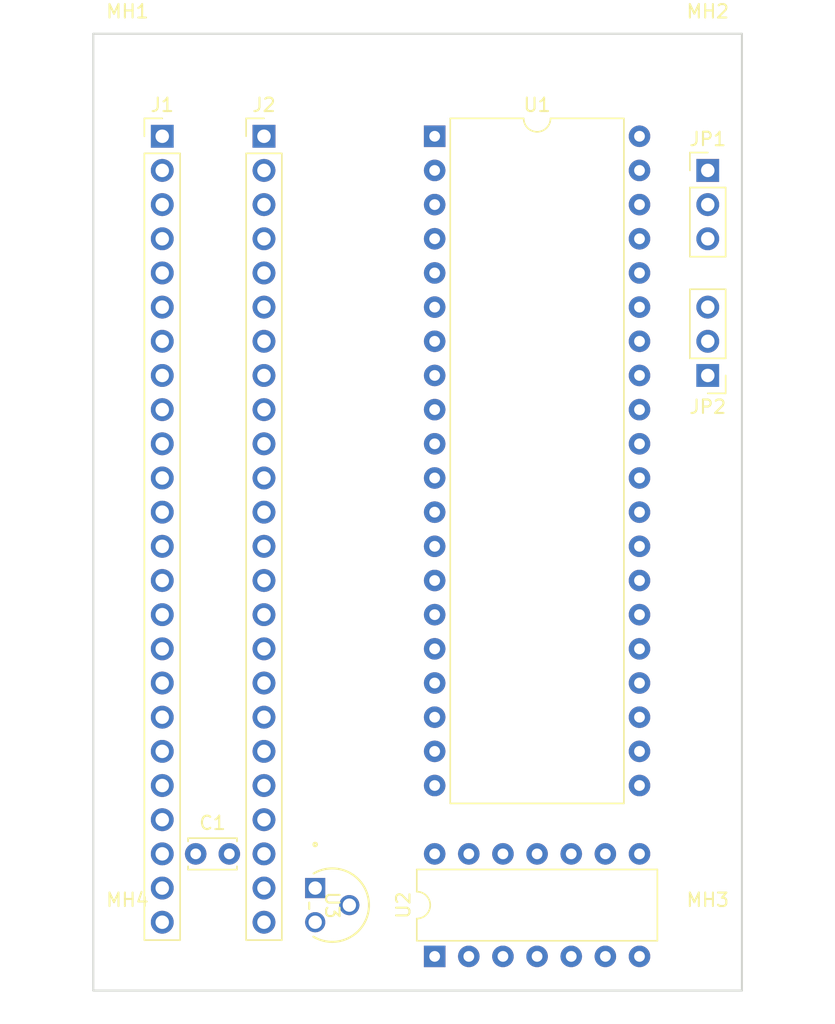
<source format=kicad_pcb>
(kicad_pcb (version 20221018) (generator pcbnew)
  (title_block (title "BionicMC6801") (company "Tadashi G. Takaoka"))
  (layers (0 "F.Cu" signal) (31 "B.Cu" signal) (34 "B.Paste" user) (35 "F.Paste" user) (36 "B.SilkS" user "B.Silkscreen") (37 "F.SilkS" user "F.Silkscreen") (38 "B.Mask" user) (39 "F.Mask" user) (44 "Edge.Cuts" user))
  (net 0 "")
  (net 1 "VCC")
  (net 2 "GND")
  (net 3 "/P26")
  (net 4 "/P27")
  (net 5 "/P47")
  (net 6 "/P46")
  (net 7 "/P25")
  (net 8 "/P24")
  (net 9 "/P23")
  (net 10 "/P22")
  (net 11 "/P21")
  (net 12 "/P20")
  (net 13 "/P34")
  (net 14 "/P35")
  (net 15 "/P17")
  (net 16 "/P36")
  (net 17 "/P16")
  (net 18 "/P15")
  (net 19 "/P40")
  (net 20 "/P14")
  (net 21 "/P41")
  (net 22 "/P13")
  (net 23 "/P42")
  (net 24 "/P12")
  (net 25 "/P11")
  (net 26 "/P44")
  (net 27 "/P10")
  (net 28 "/P45")
  (net 29 "/#RESET")
  (net 31 "/P50")
  (net 32 "/P43")
  (net 33 "/P52")
  (net 34 "/P30")
  (net 35 "/P31")
  (net 36 "/P32")
  (net 37 "/P33")
  (net 38 "/P37")
  (net 39 "/P51")
  (net 40 "/P53")
  (net 43 "Net-(U1-EXTAL)")
  (net 46 "/P55")
  (net 48 "Net-(J2-P57)")
  (footprint "MountingHole:MountingHole_3.2mm_M3" (layer "F.Cu") (at 101 70)
    (fp_text reference "MH1" (at 0 -4.2) (layer "F.SilkS"))
    (fp_text value "MountingHole_3.2mm_M3")
    (pad "" np_thru_hole circle (at 0 0) (size 3.2 3.2) (drill 3.2) (layers "*.Cu" "*.Mask"))
  )
  (footprint "MountingHole:MountingHole_3.2mm_M3" (layer "F.Cu") (at 144.18 70)
    (fp_text reference "MH2" (at 0 -4.2) (layer "F.SilkS"))
    (fp_text value "MountingHole_3.2mm_M3")
    (pad "" np_thru_hole circle (at 0 0) (size 3.2 3.2) (drill 3.2) (layers "*.Cu" "*.Mask"))
  )
  (footprint "MountingHole:MountingHole_3.2mm_M3" (layer "F.Cu") (at 144.18 136.04)
    (fp_text reference "MH3" (at 0 -4.2) (layer "F.SilkS"))
    (fp_text value "MountingHole_3.2mm_M3")
    (pad "" np_thru_hole circle (at 0 0) (size 3.2 3.2) (drill 3.2) (layers "*.Cu" "*.Mask"))
  )
  (footprint "MountingHole:MountingHole_3.2mm_M3" (layer "F.Cu") (at 101 136.04)
    (fp_text reference "MH4" (at 0 -4.2) (layer "F.SilkS"))
    (fp_text value "MountingHole_3.2mm_M3")
    (pad "" np_thru_hole circle (at 0 0) (size 3.2 3.2) (drill 3.2) (layers "*.Cu" "*.Mask"))
  )
  (footprint "Package_DIP:DIP-14_W7.62mm" (layer "F.Cu") (at 123.86 136.04 90)
    (fp_text reference "U2" (at 3.81 -2.33 90) (layer "F.SilkS"))
    (fp_text value "74HCT126")
    (fp_line (start 1.16 -1.33) (end 1.16 16.57) (stroke (width 0.12)) (layer "F.SilkS"))
    (fp_line (start 1.16 16.57) (end 6.46 16.57) (stroke (width 0.12)) (layer "F.SilkS"))
    (fp_line (start 2.81 -1.33) (end 1.16 -1.33) (stroke (width 0.12)) (layer "F.SilkS"))
    (fp_line (start 6.46 -1.33) (end 4.81 -1.33) (stroke (width 0.12)) (layer "F.SilkS"))
    (fp_line (start 6.46 16.57) (end 6.46 -1.33) (stroke (width 0.12)) (layer "F.SilkS"))
    (fp_arc (start 4.81 -1.33) (mid 3.81 -0.33) (end 2.81 -1.33) (stroke (width 0.12)) (layer "F.SilkS"))
    (pad "1" thru_hole rect (at 0 0 90) (size 1.6 1.6) (drill 0.8) (layers "*.Cu" "*.Mask") (net 1 "VCC"))
    (pad "2" thru_hole oval (at 0 2.54 90) (size 1.6 1.6) (drill 0.8) (layers "*.Cu" "*.Mask") (net 40 "/P53"))
    (pad "3" thru_hole oval (at 0 5.08 90) (size 1.6 1.6) (drill 0.8) (layers "*.Cu" "*.Mask") (net 29 "/#RESET"))
    (pad "4" thru_hole oval (at 0 7.62 90) (size 1.6 1.6) (drill 0.8) (layers "*.Cu" "*.Mask") (net 1 "VCC"))
    (pad "5" thru_hole oval (at 0 10.16 90) (size 1.6 1.6) (drill 0.8) (layers "*.Cu" "*.Mask") (net 6 "/P46"))
    (pad "6" thru_hole oval (at 0 12.7 90) (size 1.6 1.6) (drill 0.8) (layers "*.Cu" "*.Mask") (net 43 "Net-(U1-EXTAL)"))
    (pad "7" thru_hole oval (at 0 15.24 90) (size 1.6 1.6) (drill 0.8) (layers "*.Cu" "*.Mask") (net 2 "GND"))
    (pad "8" thru_hole oval (at 7.62 15.24 90) (size 1.6 1.6) (drill 0.8) (layers "*.Cu" "*.Mask"))
    (pad "9" thru_hole oval (at 7.62 12.7 90) (size 1.6 1.6) (drill 0.8) (layers "*.Cu" "*.Mask") (net 2 "GND"))
    (pad "10" thru_hole oval (at 7.62 10.16 90) (size 1.6 1.6) (drill 0.8) (layers "*.Cu" "*.Mask") (net 2 "GND"))
    (pad "11" thru_hole oval (at 7.62 7.62 90) (size 1.6 1.6) (drill 0.8) (layers "*.Cu" "*.Mask"))
    (pad "12" thru_hole oval (at 7.62 5.08 90) (size 1.6 1.6) (drill 0.8) (layers "*.Cu" "*.Mask") (net 2 "GND"))
    (pad "13" thru_hole oval (at 7.62 2.54 90) (size 1.6 1.6) (drill 0.8) (layers "*.Cu" "*.Mask") (net 2 "GND"))
    (pad "14" thru_hole oval (at 7.62 0 90) (size 1.6 1.6) (drill 0.8) (layers "*.Cu" "*.Mask") (net 1 "VCC"))
  )
  (footprint "Connector_PinHeader_2.54mm:PinHeader_1x03_P2.54mm_Vertical" (layer "F.Cu") (at 144.18 77.62)
    (fp_text reference "JP1" (at 0 -2.33) (layer "F.SilkS"))
    (fp_text value "MC6801")
    (fp_line (start -1.33 -1.33) (end 0 -1.33) (stroke (width 0.12)) (layer "F.SilkS"))
    (fp_line (start -1.33 0) (end -1.33 -1.33) (stroke (width 0.12)) (layer "F.SilkS"))
    (fp_line (start -1.33 1.27) (end -1.33 6.41) (stroke (width 0.12)) (layer "F.SilkS"))
    (fp_line (start -1.33 1.27) (end 1.33 1.27) (stroke (width 0.12)) (layer "F.SilkS"))
    (fp_line (start -1.33 6.41) (end 1.33 6.41) (stroke (width 0.12)) (layer "F.SilkS"))
    (fp_line (start 1.33 1.27) (end 1.33 6.41) (stroke (width 0.12)) (layer "F.SilkS"))
    (pad "1" thru_hole rect (at 0 0) (size 1.7 1.7) (drill 1) (layers "*.Cu" "*.Mask") (net 2 "GND"))
    (pad "2" thru_hole oval (at 0 2.54) (size 1.7 1.7) (drill 1) (layers "*.Cu" "*.Mask") (net 46 "/P55"))
    (pad "3" thru_hole oval (at 0 5.08) (size 1.7 1.7) (drill 1) (layers "*.Cu" "*.Mask"))
  )
  (footprint "Package_DIP:DIP-40_W15.24mm" (layer "F.Cu") (at 123.86 75.08)
    (fp_text reference "U1" (at 7.62 -2.33) (layer "F.SilkS"))
    (fp_text value "MC6801P")
    (fp_line (start 1.16 -1.33) (end 1.16 49.59) (stroke (width 0.12)) (layer "F.SilkS"))
    (fp_line (start 1.16 49.59) (end 14.08 49.59) (stroke (width 0.12)) (layer "F.SilkS"))
    (fp_line (start 6.62 -1.33) (end 1.16 -1.33) (stroke (width 0.12)) (layer "F.SilkS"))
    (fp_line (start 14.08 -1.33) (end 8.62 -1.33) (stroke (width 0.12)) (layer "F.SilkS"))
    (fp_line (start 14.08 49.59) (end 14.08 -1.33) (stroke (width 0.12)) (layer "F.SilkS"))
    (fp_arc (start 8.62 -1.33) (mid 7.62 -0.33) (end 6.62 -1.33) (stroke (width 0.12)) (layer "F.SilkS"))
    (pad "1" thru_hole rect (at 0 0) (size 1.6 1.6) (drill 0.8) (layers "*.Cu" "*.Mask") (net 2 "GND"))
    (pad "2" thru_hole oval (at 0 2.54) (size 1.6 1.6) (drill 0.8) (layers "*.Cu" "*.Mask") (net 46 "/P55"))
    (pad "3" thru_hole oval (at 0 5.08) (size 1.6 1.6) (drill 0.8) (layers "*.Cu" "*.Mask") (net 43 "Net-(U1-EXTAL)"))
    (pad "4" thru_hole oval (at 0 7.62) (size 1.6 1.6) (drill 0.8) (layers "*.Cu" "*.Mask") (net 32 "/P43"))
    (pad "5" thru_hole oval (at 0 10.16) (size 1.6 1.6) (drill 0.8) (layers "*.Cu" "*.Mask") (net 23 "/P42"))
    (pad "6" thru_hole oval (at 0 12.7) (size 1.6 1.6) (drill 0.8) (layers "*.Cu" "*.Mask") (net 29 "/#RESET"))
    (pad "7" thru_hole oval (at 0 15.24) (size 1.6 1.6) (drill 0.8) (layers "*.Cu" "*.Mask") (net 1 "VCC"))
    (pad "8" thru_hole oval (at 0 17.78) (size 1.6 1.6) (drill 0.8) (layers "*.Cu" "*.Mask") (net 31 "/P50"))
    (pad "9" thru_hole oval (at 0 20.32) (size 1.6 1.6) (drill 0.8) (layers "*.Cu" "*.Mask") (net 39 "/P51"))
    (pad "10" thru_hole oval (at 0 22.86) (size 1.6 1.6) (drill 0.8) (layers "*.Cu" "*.Mask") (net 33 "/P52"))
    (pad "11" thru_hole oval (at 0 25.4) (size 1.6 1.6) (drill 0.8) (layers "*.Cu" "*.Mask") (net 28 "/P45"))
    (pad "12" thru_hole oval (at 0 27.94) (size 1.6 1.6) (drill 0.8) (layers "*.Cu" "*.Mask") (net 26 "/P44"))
    (pad "13" thru_hole oval (at 0 30.48) (size 1.6 1.6) (drill 0.8) (layers "*.Cu" "*.Mask") (net 34 "/P30"))
    (pad "14" thru_hole oval (at 0 33.02) (size 1.6 1.6) (drill 0.8) (layers "*.Cu" "*.Mask") (net 35 "/P31"))
    (pad "15" thru_hole oval (at 0 35.56) (size 1.6 1.6) (drill 0.8) (layers "*.Cu" "*.Mask") (net 36 "/P32"))
    (pad "16" thru_hole oval (at 0 38.1) (size 1.6 1.6) (drill 0.8) (layers "*.Cu" "*.Mask") (net 37 "/P33"))
    (pad "17" thru_hole oval (at 0 40.64) (size 1.6 1.6) (drill 0.8) (layers "*.Cu" "*.Mask") (net 13 "/P34"))
    (pad "18" thru_hole oval (at 0 43.18) (size 1.6 1.6) (drill 0.8) (layers "*.Cu" "*.Mask") (net 14 "/P35"))
    (pad "19" thru_hole oval (at 0 45.72) (size 1.6 1.6) (drill 0.8) (layers "*.Cu" "*.Mask") (net 16 "/P36"))
    (pad "20" thru_hole oval (at 0 48.26) (size 1.6 1.6) (drill 0.8) (layers "*.Cu" "*.Mask") (net 38 "/P37"))
    (pad "21" thru_hole oval (at 15.24 48.26) (size 1.6 1.6) (drill 0.8) (layers "*.Cu" "*.Mask") (net 2 "GND"))
    (pad "22" thru_hole oval (at 15.24 45.72) (size 1.6 1.6) (drill 0.8) (layers "*.Cu" "*.Mask") (net 4 "/P27"))
    (pad "23" thru_hole oval (at 15.24 43.18) (size 1.6 1.6) (drill 0.8) (layers "*.Cu" "*.Mask") (net 3 "/P26"))
    (pad "24" thru_hole oval (at 15.24 40.64) (size 1.6 1.6) (drill 0.8) (layers "*.Cu" "*.Mask") (net 7 "/P25"))
    (pad "25" thru_hole oval (at 15.24 38.1) (size 1.6 1.6) (drill 0.8) (layers "*.Cu" "*.Mask") (net 8 "/P24"))
    (pad "26" thru_hole oval (at 15.24 35.56) (size 1.6 1.6) (drill 0.8) (layers "*.Cu" "*.Mask") (net 9 "/P23"))
    (pad "27" thru_hole oval (at 15.24 33.02) (size 1.6 1.6) (drill 0.8) (layers "*.Cu" "*.Mask") (net 10 "/P22"))
    (pad "28" thru_hole oval (at 15.24 30.48) (size 1.6 1.6) (drill 0.8) (layers "*.Cu" "*.Mask") (net 11 "/P21"))
    (pad "29" thru_hole oval (at 15.24 27.94) (size 1.6 1.6) (drill 0.8) (layers "*.Cu" "*.Mask") (net 12 "/P20"))
    (pad "30" thru_hole oval (at 15.24 25.4) (size 1.6 1.6) (drill 0.8) (layers "*.Cu" "*.Mask") (net 15 "/P17"))
    (pad "31" thru_hole oval (at 15.24 22.86) (size 1.6 1.6) (drill 0.8) (layers "*.Cu" "*.Mask") (net 17 "/P16"))
    (pad "32" thru_hole oval (at 15.24 20.32) (size 1.6 1.6) (drill 0.8) (layers "*.Cu" "*.Mask") (net 18 "/P15"))
    (pad "33" thru_hole oval (at 15.24 17.78) (size 1.6 1.6) (drill 0.8) (layers "*.Cu" "*.Mask") (net 20 "/P14"))
    (pad "34" thru_hole oval (at 15.24 15.24) (size 1.6 1.6) (drill 0.8) (layers "*.Cu" "*.Mask") (net 22 "/P13"))
    (pad "35" thru_hole oval (at 15.24 12.7) (size 1.6 1.6) (drill 0.8) (layers "*.Cu" "*.Mask") (net 24 "/P12"))
    (pad "36" thru_hole oval (at 15.24 10.16) (size 1.6 1.6) (drill 0.8) (layers "*.Cu" "*.Mask") (net 25 "/P11"))
    (pad "37" thru_hole oval (at 15.24 7.62) (size 1.6 1.6) (drill 0.8) (layers "*.Cu" "*.Mask") (net 27 "/P10"))
    (pad "38" thru_hole oval (at 15.24 5.08) (size 1.6 1.6) (drill 0.8) (layers "*.Cu" "*.Mask") (net 21 "/P41"))
    (pad "39" thru_hole oval (at 15.24 2.54) (size 1.6 1.6) (drill 0.8) (layers "*.Cu" "*.Mask") (net 19 "/P40"))
    (pad "40" thru_hole oval (at 15.24 0) (size 1.6 1.6) (drill 0.8) (layers "*.Cu" "*.Mask") (net 5 "/P47"))
  )
  (footprint "Connector_PinHeader_2.54mm:PinHeader_1x03_P2.54mm_Vertical" (layer "F.Cu") (at 144.18 92.86 180)
    (fp_text reference "JP2" (at 0 -2.33) (layer "F.SilkS"))
    (fp_text value "SingleStep")
    (fp_line (start -1.33 -1.33) (end 0 -1.33) (stroke (width 0.12)) (layer "F.SilkS"))
    (fp_line (start -1.33 0) (end -1.33 -1.33) (stroke (width 0.12)) (layer "F.SilkS"))
    (fp_line (start -1.33 1.27) (end -1.33 6.41) (stroke (width 0.12)) (layer "F.SilkS"))
    (fp_line (start -1.33 1.27) (end 1.33 1.27) (stroke (width 0.12)) (layer "F.SilkS"))
    (fp_line (start -1.33 6.41) (end 1.33 6.41) (stroke (width 0.12)) (layer "F.SilkS"))
    (fp_line (start 1.33 1.27) (end 1.33 6.41) (stroke (width 0.12)) (layer "F.SilkS"))
    (pad "1" thru_hole rect (at 0 0 180) (size 1.7 1.7) (drill 1) (layers "*.Cu" "*.Mask"))
    (pad "2" thru_hole oval (at 0 2.54 180) (size 1.7 1.7) (drill 1) (layers "*.Cu" "*.Mask") (net 32 "/P43"))
    (pad "3" thru_hole oval (at 0 5.08 180) (size 1.7 1.7) (drill 1) (layers "*.Cu" "*.Mask") (net 33 "/P52"))
  )
  (footprint "Capacitor_THT:C_Disc_D3.4mm_W2.1mm_P2.50mm" (layer "F.Cu") (at 106.08 128.42)
    (fp_text reference "C1" (at 1.25 -2.3) (layer "F.SilkS"))
    (fp_text value "0.1u")
    (fp_line (start -0.57 -1.17) (end -0.57 -0.925) (stroke (width 0.12)) (layer "F.SilkS"))
    (fp_line (start -0.57 -1.17) (end 3.07 -1.17) (stroke (width 0.12)) (layer "F.SilkS"))
    (fp_line (start -0.57 0.925) (end -0.57 1.17) (stroke (width 0.12)) (layer "F.SilkS"))
    (fp_line (start -0.57 1.17) (end 3.07 1.17) (stroke (width 0.12)) (layer "F.SilkS"))
    (fp_line (start 3.07 -1.17) (end 3.07 -0.925) (stroke (width 0.12)) (layer "F.SilkS"))
    (fp_line (start 3.07 0.925) (end 3.07 1.17) (stroke (width 0.12)) (layer "F.SilkS"))
    (pad "1" thru_hole circle (at 0 0) (size 1.6 1.6) (drill 0.8) (layers "*.Cu" "*.Mask") (net 1 "VCC"))
    (pad "2" thru_hole circle (at 2.5 0) (size 1.6 1.6) (drill 0.8) (layers "*.Cu" "*.Mask") (net 2 "GND"))
  )
  (footprint "microchip:TO-92_MC_MCH" (layer "F.Cu") (at 114.97 130.96 -90)
    (fp_text reference "U3" (at 1.27 -1.27 -90 unlocked) (layer "F.SilkS"))
    (fp_text value "11AA010-I/TO")
    (fp_line (start 1.08204 0.4445) (end 1.553476 0.4445) (stroke (width 0.1524)) (layer "F.SilkS"))
    (fp_arc (start -1.08204 0.116917) (mid 0.551186 -3.904186) (end 4.0005 -1.27) (stroke (width 0.1524)) (layer "F.SilkS"))
    (fp_arc (start 4.0005 -1.269999) (mid 3.90215 -0.543764) (end 3.614184 0.130155) (stroke (width 0.1524)) (layer "F.SilkS"))
    (fp_circle (center -3.2385 0) (end -3.1115 0) (stroke (width 0.1524)) (fill none) (layer "F.SilkS"))
    (pad "1" thru_hole rect (at 0 0 270) (size 1.4986 1.4986) (drill 0.9906) (layers "*.Cu" "*.Mask") (net 2 "GND"))
    (pad "2" thru_hole circle (at 1.27 -2.54 270) (size 1.4986 1.4986) (drill 0.9906) (layers "*.Cu" "*.Mask") (net 48 "Net-(J2-P57)"))
    (pad "3" thru_hole circle (at 2.54 0 270) (size 1.4986 1.4986) (drill 0.9906) (layers "*.Cu" "*.Mask") (net 1 "VCC"))
  )
  (footprint "connector:Bionic-P245_Vertical" (layer "F.Cu") (at 111.16 75.08)
    (fp_text reference "J2" (at 0 -2.33) (layer "F.SilkS"))
    (fp_text value "Bionic-P245")
    (fp_line (start -1.33 -1.33) (end 0 -1.33) (stroke (width 0.12)) (layer "F.SilkS"))
    (fp_line (start -1.33 0) (end -1.33 -1.33) (stroke (width 0.12)) (layer "F.SilkS"))
    (fp_line (start -1.33 1.27) (end -1.33 59.75) (stroke (width 0.12)) (layer "F.SilkS"))
    (fp_line (start -1.33 1.27) (end 1.33 1.27) (stroke (width 0.12)) (layer "F.SilkS"))
    (fp_line (start -1.33 59.75) (end 1.33 59.75) (stroke (width 0.12)) (layer "F.SilkS"))
    (fp_line (start 1.33 1.27) (end 1.33 59.75) (stroke (width 0.12)) (layer "F.SilkS"))
    (pad "25" thru_hole oval (at 0 58.42) (size 1.7 1.7) (drill 1) (layers "*.Cu" "*.Mask") (net 1 "VCC"))
    (pad "26" thru_hole oval (at 0 55.88) (size 1.7 1.7) (drill 1) (layers "*.Cu" "*.Mask") (net 48 "Net-(J2-P57)"))
    (pad "27" thru_hole oval (at 0 53.34) (size 1.7 1.7) (drill 1) (layers "*.Cu" "*.Mask"))
    (pad "28" thru_hole oval (at 0 50.8) (size 1.7 1.7) (drill 1) (layers "*.Cu" "*.Mask") (net 46 "/P55"))
    (pad "29" thru_hole oval (at 0 48.26) (size 1.7 1.7) (drill 1) (layers "*.Cu" "*.Mask"))
    (pad "30" thru_hole oval (at 0 45.72) (size 1.7 1.7) (drill 1) (layers "*.Cu" "*.Mask"))
    (pad "31" thru_hole oval (at 0 43.18) (size 1.7 1.7) (drill 1) (layers "*.Cu" "*.Mask") (net 5 "/P47"))
    (pad "32" thru_hole oval (at 0 40.64) (size 1.7 1.7) (drill 1) (layers "*.Cu" "*.Mask") (net 6 "/P46"))
    (pad "33" thru_hole oval (at 0 38.1) (size 1.7 1.7) (drill 1) (layers "*.Cu" "*.Mask") (net 28 "/P45"))
    (pad "34" thru_hole oval (at 0 35.56) (size 1.7 1.7) (drill 1) (layers "*.Cu" "*.Mask") (net 26 "/P44"))
    (pad "35" thru_hole oval (at 0 33.02) (size 1.7 1.7) (drill 1) (layers "*.Cu" "*.Mask") (net 32 "/P43"))
    (pad "36" thru_hole oval (at 0 30.48) (size 1.7 1.7) (drill 1) (layers "*.Cu" "*.Mask") (net 23 "/P42"))
    (pad "37" thru_hole oval (at 0 27.94) (size 1.7 1.7) (drill 1) (layers "*.Cu" "*.Mask") (net 21 "/P41"))
    (pad "38" thru_hole oval (at 0 25.4) (size 1.7 1.7) (drill 1) (layers "*.Cu" "*.Mask") (net 19 "/P40"))
    (pad "39" thru_hole oval (at 0 22.86) (size 1.7 1.7) (drill 1) (layers "*.Cu" "*.Mask"))
    (pad "40" thru_hole oval (at 0 20.32) (size 1.7 1.7) (drill 1) (layers "*.Cu" "*.Mask") (net 4 "/P27"))
    (pad "41" thru_hole oval (at 0 17.78) (size 1.7 1.7) (drill 1) (layers "*.Cu" "*.Mask") (net 3 "/P26"))
    (pad "42" thru_hole oval (at 0 15.24) (size 1.7 1.7) (drill 1) (layers "*.Cu" "*.Mask") (net 7 "/P25"))
    (pad "43" thru_hole oval (at 0 12.7) (size 1.7 1.7) (drill 1) (layers "*.Cu" "*.Mask") (net 8 "/P24"))
    (pad "44" thru_hole oval (at 0 10.16) (size 1.7 1.7) (drill 1) (layers "*.Cu" "*.Mask") (net 9 "/P23"))
    (pad "45" thru_hole oval (at 0 7.62) (size 1.7 1.7) (drill 1) (layers "*.Cu" "*.Mask") (net 10 "/P22"))
    (pad "46" thru_hole oval (at 0 5.08) (size 1.7 1.7) (drill 1) (layers "*.Cu" "*.Mask") (net 11 "/P21"))
    (pad "47" thru_hole oval (at 0 2.54) (size 1.7 1.7) (drill 1) (layers "*.Cu" "*.Mask") (net 12 "/P20"))
    (pad "48" thru_hole rect (at 0 0) (size 1.7 1.7) (drill 1) (layers "*.Cu" "*.Mask") (net 2 "GND"))
  )
  (footprint "connector:Bionic-P135_Vertical" (layer "F.Cu") (at 103.59 75.08)
    (fp_text reference "J1" (at 0 -2.33) (layer "F.SilkS"))
    (fp_text value "Bionic-P135")
    (fp_line (start -1.33 -1.33) (end 0 -1.33) (stroke (width 0.12)) (layer "F.SilkS"))
    (fp_line (start -1.33 0) (end -1.33 -1.33) (stroke (width 0.12)) (layer "F.SilkS"))
    (fp_line (start -1.33 1.27) (end -1.33 59.75) (stroke (width 0.12)) (layer "F.SilkS"))
    (fp_line (start -1.33 1.27) (end 1.33 1.27) (stroke (width 0.12)) (layer "F.SilkS"))
    (fp_line (start -1.33 59.75) (end 1.33 59.75) (stroke (width 0.12)) (layer "F.SilkS"))
    (fp_line (start 1.33 1.27) (end 1.33 59.75) (stroke (width 0.12)) (layer "F.SilkS"))
    (pad "1" thru_hole rect (at 0 0) (size 1.7 1.7) (drill 1) (layers "*.Cu" "*.Mask") (net 2 "GND"))
    (pad "2" thru_hole oval (at 0 2.54) (size 1.7 1.7) (drill 1) (layers "*.Cu" "*.Mask") (net 27 "/P10"))
    (pad "3" thru_hole oval (at 0 5.08) (size 1.7 1.7) (drill 1) (layers "*.Cu" "*.Mask") (net 25 "/P11"))
    (pad "4" thru_hole oval (at 0 7.62) (size 1.7 1.7) (drill 1) (layers "*.Cu" "*.Mask") (net 24 "/P12"))
    (pad "5" thru_hole oval (at 0 10.16) (size 1.7 1.7) (drill 1) (layers "*.Cu" "*.Mask") (net 22 "/P13"))
    (pad "6" thru_hole oval (at 0 12.7) (size 1.7 1.7) (drill 1) (layers "*.Cu" "*.Mask") (net 20 "/P14"))
    (pad "7" thru_hole oval (at 0 15.24) (size 1.7 1.7) (drill 1) (layers "*.Cu" "*.Mask") (net 18 "/P15"))
    (pad "8" thru_hole oval (at 0 17.78) (size 1.7 1.7) (drill 1) (layers "*.Cu" "*.Mask") (net 17 "/P16"))
    (pad "9" thru_hole oval (at 0 20.32) (size 1.7 1.7) (drill 1) (layers "*.Cu" "*.Mask") (net 15 "/P17"))
    (pad "10" thru_hole oval (at 0 22.86) (size 1.7 1.7) (drill 1) (layers "*.Cu" "*.Mask"))
    (pad "11" thru_hole oval (at 0 25.4) (size 1.7 1.7) (drill 1) (layers "*.Cu" "*.Mask") (net 34 "/P30"))
    (pad "12" thru_hole oval (at 0 27.94) (size 1.7 1.7) (drill 1) (layers "*.Cu" "*.Mask") (net 35 "/P31"))
    (pad "13" thru_hole oval (at 0 30.48) (size 1.7 1.7) (drill 1) (layers "*.Cu" "*.Mask") (net 36 "/P32"))
    (pad "14" thru_hole oval (at 0 33.02) (size 1.7 1.7) (drill 1) (layers "*.Cu" "*.Mask") (net 37 "/P33"))
    (pad "15" thru_hole oval (at 0 35.56) (size 1.7 1.7) (drill 1) (layers "*.Cu" "*.Mask") (net 13 "/P34"))
    (pad "16" thru_hole oval (at 0 38.1) (size 1.7 1.7) (drill 1) (layers "*.Cu" "*.Mask") (net 14 "/P35"))
    (pad "17" thru_hole oval (at 0 40.64) (size 1.7 1.7) (drill 1) (layers "*.Cu" "*.Mask") (net 16 "/P36"))
    (pad "18" thru_hole oval (at 0 43.18) (size 1.7 1.7) (drill 1) (layers "*.Cu" "*.Mask") (net 38 "/P37"))
    (pad "19" thru_hole oval (at 0 45.72) (size 1.7 1.7) (drill 1) (layers "*.Cu" "*.Mask"))
    (pad "20" thru_hole oval (at 0 48.26) (size 1.7 1.7) (drill 1) (layers "*.Cu" "*.Mask") (net 31 "/P50"))
    (pad "21" thru_hole oval (at 0 50.8) (size 1.7 1.7) (drill 1) (layers "*.Cu" "*.Mask") (net 39 "/P51"))
    (pad "22" thru_hole oval (at 0 53.34) (size 1.7 1.7) (drill 1) (layers "*.Cu" "*.Mask") (net 33 "/P52"))
    (pad "23" thru_hole oval (at 0 55.88) (size 1.7 1.7) (drill 1) (layers "*.Cu" "*.Mask") (net 40 "/P53"))
    (pad "24" thru_hole oval (at 0 58.42) (size 1.7 1.7) (drill 1) (layers "*.Cu" "*.Mask") (net 1 "VCC"))
  )
  (gr_line (start 98.46 138.58) (end 98.46 67.46) (stroke (width 0.15)) (layer "Edge.Cuts"))
  (gr_line (start 98.46 67.46) (end 146.72 67.46) (stroke (width 0.15)) (layer "Edge.Cuts"))
  (gr_line (start 146.72 138.58) (end 98.46 138.58) (stroke (width 0.15)) (layer "Edge.Cuts"))
  (gr_line (start 146.72 67.46) (end 146.72 138.58) (stroke (width 0.15)) (layer "Edge.Cuts"))
)
</source>
